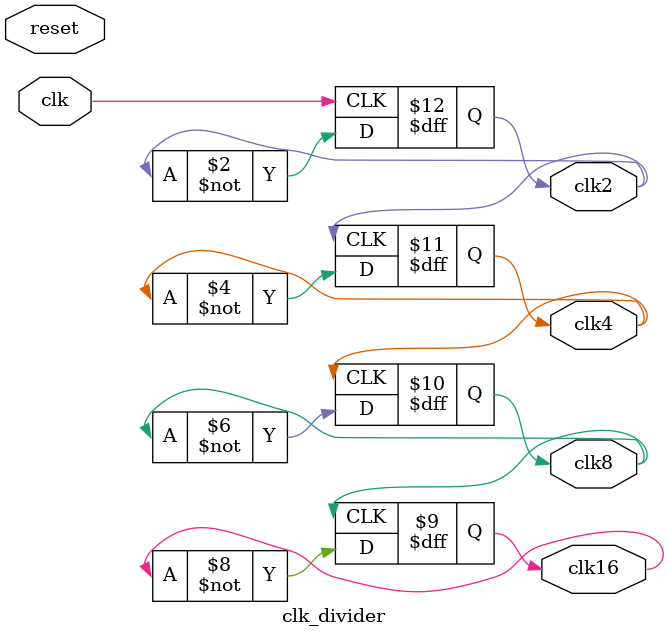
<source format=v>
module clk_divider(
  input clk,
  input reset,
  output reg clk2,
  output reg clk4,
  output reg clk8,
  output reg clk16
);
  
  always @(posedge clk)
    clk2 <= ~clk2;
  always @(posedge clk2)
    clk4 <= ~clk4;
  always @(posedge clk4)
    clk8 <= ~clk8;
  always @(posedge clk8)
    clk16 <= ~clk16;
endmodule
</source>
